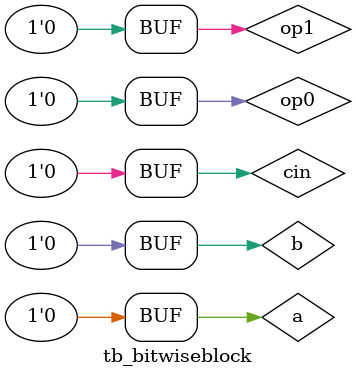
<source format=v>
`timescale 1ns/1ps

module tb_bitwiseblock();
    reg op1, op0, a, b, cin;
    wire q, cout;

    bitwiseblock test(
        .a(a),
        .b(b),
        .cin(cin),
        .op1(op1),
        .op0(op0),
        .q(q),
        .cout(cout)
    );

    initial begin
        {op1, op0, a, b, cin} = 0;
        repeat(32) begin
            #100;
            {op1, op0, a, b, cin} = {op1, op0, a, b, cin} + 1;
        end
    end
endmodule
</source>
